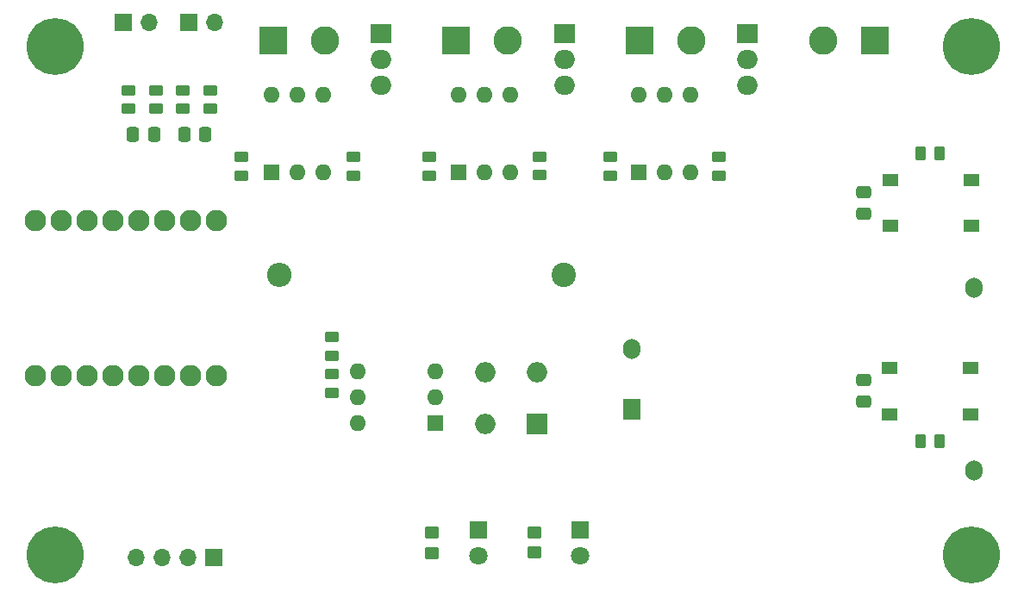
<source format=gbr>
%TF.GenerationSoftware,KiCad,Pcbnew,8.0.5*%
%TF.CreationDate,2024-10-31T00:03:13+01:00*%
%TF.ProjectId,HotPlate_Soldering,486f7450-6c61-4746-955f-536f6c646572,rev?*%
%TF.SameCoordinates,Original*%
%TF.FileFunction,Soldermask,Top*%
%TF.FilePolarity,Negative*%
%FSLAX46Y46*%
G04 Gerber Fmt 4.6, Leading zero omitted, Abs format (unit mm)*
G04 Created by KiCad (PCBNEW 8.0.5) date 2024-10-31 00:03:13*
%MOMM*%
%LPD*%
G01*
G04 APERTURE LIST*
G04 Aperture macros list*
%AMRoundRect*
0 Rectangle with rounded corners*
0 $1 Rounding radius*
0 $2 $3 $4 $5 $6 $7 $8 $9 X,Y pos of 4 corners*
0 Add a 4 corners polygon primitive as box body*
4,1,4,$2,$3,$4,$5,$6,$7,$8,$9,$2,$3,0*
0 Add four circle primitives for the rounded corners*
1,1,$1+$1,$2,$3*
1,1,$1+$1,$4,$5*
1,1,$1+$1,$6,$7*
1,1,$1+$1,$8,$9*
0 Add four rect primitives between the rounded corners*
20,1,$1+$1,$2,$3,$4,$5,0*
20,1,$1+$1,$4,$5,$6,$7,0*
20,1,$1+$1,$6,$7,$8,$9,0*
20,1,$1+$1,$8,$9,$2,$3,0*%
G04 Aperture macros list end*
%ADD10RoundRect,0.250000X-0.450000X0.262500X-0.450000X-0.262500X0.450000X-0.262500X0.450000X0.262500X0*%
%ADD11RoundRect,0.250000X0.450000X-0.262500X0.450000X0.262500X-0.450000X0.262500X-0.450000X-0.262500X0*%
%ADD12O,2.400000X2.400000*%
%ADD13C,2.400000*%
%ADD14O,1.700000X2.000000*%
%ADD15R,1.700000X2.000000*%
%ADD16RoundRect,0.250000X0.337500X0.475000X-0.337500X0.475000X-0.337500X-0.475000X0.337500X-0.475000X0*%
%ADD17RoundRect,0.250000X-0.262500X-0.450000X0.262500X-0.450000X0.262500X0.450000X-0.262500X0.450000X0*%
%ADD18RoundRect,0.250000X0.475000X-0.337500X0.475000X0.337500X-0.475000X0.337500X-0.475000X-0.337500X0*%
%ADD19RoundRect,0.250000X-0.337500X-0.475000X0.337500X-0.475000X0.337500X0.475000X-0.337500X0.475000X0*%
%ADD20C,5.600000*%
%ADD21R,2.000000X2.000000*%
%ADD22O,2.000000X2.000000*%
%ADD23O,2.000000X1.905000*%
%ADD24R,2.000000X1.905000*%
%ADD25C,1.800000*%
%ADD26R,1.800000X1.800000*%
%ADD27O,1.700000X1.700000*%
%ADD28R,1.700000X1.700000*%
%ADD29C,2.109000*%
%ADD30RoundRect,0.250000X0.450000X-0.350000X0.450000X0.350000X-0.450000X0.350000X-0.450000X-0.350000X0*%
%ADD31C,2.800000*%
%ADD32R,2.800000X2.800000*%
%ADD33R,1.550000X1.300000*%
%ADD34O,1.600000X1.600000*%
%ADD35R,1.600000X1.600000*%
G04 APERTURE END LIST*
D10*
%TO.C,R3*%
X101675000Y-117137500D03*
X101675000Y-118962500D03*
%TD*%
D11*
%TO.C,R2*%
X101700000Y-120737500D03*
X101700000Y-122562500D03*
%TD*%
D12*
%TO.C,R1*%
X96480000Y-111025000D03*
D13*
X124420000Y-111025000D03*
%TD*%
D14*
%TO.C,PS1*%
X164725000Y-112250000D03*
X164725000Y-130250000D03*
X131125000Y-118250000D03*
D15*
X131125000Y-124250000D03*
%TD*%
D16*
%TO.C,C6*%
X87187500Y-97200000D03*
X89262500Y-97200000D03*
%TD*%
D17*
%TO.C,R17*%
X161350000Y-127300000D03*
X159525000Y-127300000D03*
%TD*%
D18*
%TO.C,C2*%
X153937500Y-121362500D03*
X153937500Y-123437500D03*
%TD*%
D19*
%TO.C,C1*%
X84187500Y-97175000D03*
X82112500Y-97175000D03*
%TD*%
D20*
%TO.C,REF\u002A\u002A*%
X74500000Y-88575062D03*
%TD*%
D21*
%TO.C,D1*%
X121825000Y-125645000D03*
D22*
X121825000Y-120565000D03*
X116745000Y-120565000D03*
X116745000Y-125645000D03*
%TD*%
D11*
%TO.C,R9*%
X122050000Y-99387500D03*
X122050000Y-101212500D03*
%TD*%
D20*
%TO.C,*%
X164500000Y-88575000D03*
%TD*%
D23*
%TO.C,Q1*%
X106500000Y-92380000D03*
X106500000Y-89840000D03*
D24*
X106500000Y-87300000D03*
%TD*%
D10*
%TO.C,R6*%
X92775000Y-101237500D03*
X92775000Y-99412500D03*
%TD*%
D25*
%TO.C,D2*%
X116026191Y-138589187D03*
D26*
X116026191Y-136049187D03*
%TD*%
D27*
%TO.C,J1*%
X90190000Y-86225000D03*
D28*
X87650000Y-86225000D03*
%TD*%
D27*
%TO.C,J7*%
X82455000Y-138750000D03*
X84995000Y-138750000D03*
X87535000Y-138750000D03*
D28*
X90075000Y-138750000D03*
%TD*%
D11*
%TO.C,R13*%
X139695000Y-99417500D03*
X139695000Y-101242500D03*
%TD*%
D29*
%TO.C,U2*%
X75065000Y-105680000D03*
X90305000Y-120920000D03*
X87765000Y-120920000D03*
X85225000Y-120920000D03*
X82685000Y-120920000D03*
X80145000Y-120920000D03*
X77605000Y-120920000D03*
X75065000Y-120920000D03*
X72525000Y-105680000D03*
X72525000Y-120920000D03*
X80145000Y-105680000D03*
X77605000Y-105680000D03*
X82685000Y-105680000D03*
X85225000Y-105680000D03*
X87765000Y-105680000D03*
X90305000Y-105680000D03*
%TD*%
D30*
%TO.C,R19*%
X111501191Y-136349187D03*
X111501191Y-138349187D03*
%TD*%
D31*
%TO.C,J4*%
X118980000Y-87990000D03*
D32*
X113900000Y-87990000D03*
%TD*%
D31*
%TO.C,J6*%
X149920000Y-87990000D03*
D32*
X155000000Y-87990000D03*
%TD*%
D20*
%TO.C,*%
X164500000Y-138550062D03*
%TD*%
%TO.C,*%
X74500000Y-138550062D03*
%TD*%
D17*
%TO.C,R21*%
X161362500Y-99025000D03*
X159537500Y-99025000D03*
%TD*%
D33*
%TO.C,SW1*%
X164455000Y-106175000D03*
X156495000Y-106175000D03*
X164455000Y-101675000D03*
X156495000Y-101675000D03*
%TD*%
D23*
%TO.C,Q2*%
X124500000Y-92380000D03*
X124500000Y-89840000D03*
D24*
X124500000Y-87300000D03*
%TD*%
D30*
%TO.C,R20*%
X121551191Y-138274187D03*
X121551191Y-136274187D03*
%TD*%
D10*
%TO.C,R5*%
X81716668Y-94687500D03*
X81716668Y-92862500D03*
%TD*%
D26*
%TO.C,D3*%
X126026191Y-136049187D03*
D25*
X126026191Y-138589187D03*
%TD*%
D31*
%TO.C,J3*%
X100980000Y-87990000D03*
D32*
X95900000Y-87990000D03*
%TD*%
D34*
%TO.C,U3*%
X95775000Y-93280000D03*
X98315000Y-93280000D03*
X100855000Y-93280000D03*
X100855000Y-100900000D03*
X98315000Y-100900000D03*
D35*
X95775000Y-100900000D03*
%TD*%
D27*
%TO.C,J2*%
X83740000Y-86225000D03*
D28*
X81200000Y-86225000D03*
%TD*%
D10*
%TO.C,R8*%
X111275000Y-101237500D03*
X111275000Y-99412500D03*
%TD*%
D33*
%TO.C,SW3*%
X164417500Y-124675000D03*
X156457500Y-124675000D03*
X164417500Y-120175000D03*
X156457500Y-120175000D03*
%TD*%
D23*
%TO.C,Q3*%
X142500000Y-92380000D03*
X142500000Y-89840000D03*
D24*
X142500000Y-87300000D03*
%TD*%
D10*
%TO.C,R11*%
X128995000Y-101242500D03*
X128995000Y-99417500D03*
%TD*%
D34*
%TO.C,U4*%
X114150000Y-93280000D03*
X116690000Y-93280000D03*
X119230000Y-93280000D03*
X119230000Y-100900000D03*
X116690000Y-100900000D03*
D35*
X114150000Y-100900000D03*
%TD*%
D31*
%TO.C,J5*%
X136980000Y-87990000D03*
D32*
X131900000Y-87990000D03*
%TD*%
D10*
%TO.C,R4*%
X87050000Y-94687500D03*
X87050000Y-92862500D03*
%TD*%
D11*
%TO.C,R15*%
X89716668Y-92862500D03*
X89716668Y-94687500D03*
%TD*%
D18*
%TO.C,C7*%
X153900000Y-102887500D03*
X153900000Y-104962500D03*
%TD*%
D34*
%TO.C,U1*%
X104180000Y-125550000D03*
X104180000Y-123010000D03*
X104180000Y-120470000D03*
X111800000Y-120470000D03*
X111800000Y-123010000D03*
D35*
X111800000Y-125550000D03*
%TD*%
D11*
%TO.C,R7*%
X103750000Y-99412500D03*
X103750000Y-101237500D03*
%TD*%
D34*
%TO.C,U5*%
X131825000Y-93275000D03*
X134365000Y-93275000D03*
X136905000Y-93275000D03*
X136905000Y-100895000D03*
X134365000Y-100895000D03*
D35*
X131825000Y-100895000D03*
%TD*%
D11*
%TO.C,R16*%
X84383334Y-92862500D03*
X84383334Y-94687500D03*
%TD*%
M02*

</source>
